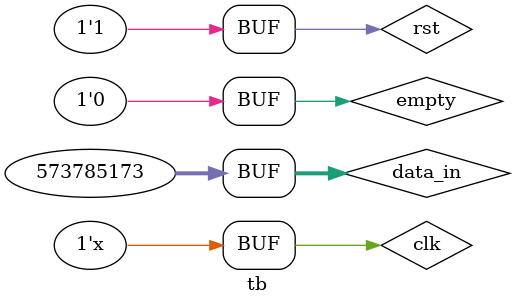
<source format=v>
`timescale 1ns / 1ps


module tb;

	// Inputs
	reg clk;
	reg [31:0] data_in;
	reg rst;
	reg empty;

	// Outputs
	wire [7:0] data_out;
	wire rd_en;
	wire pulse;
	wire out;

	// Instantiate the Unit Under Test (UUT)
	uart_tx uut (
		.clk(clk), 
		.data_in(data_in), 
		.rst(rst), 
		.data_out(data_out), 
		.empty(empty), 
		.rd_en(rd_en), 
		.pulse(pulse), 
		.out(out)
	);

	initial begin
		// Initialize Inputs
		clk = 0;
		data_in = 0;
		rst = 0;
		empty = 1;
		#100
		rst = 1;
		#100
		data_in = 32'h22334455;
		#100 
		empty = 0;

		// Wait 100 ns for global reset to finish
		#100000;
        
		// Add stimulus here

	end
      always #20 clk= ~clk;
endmodule


</source>
